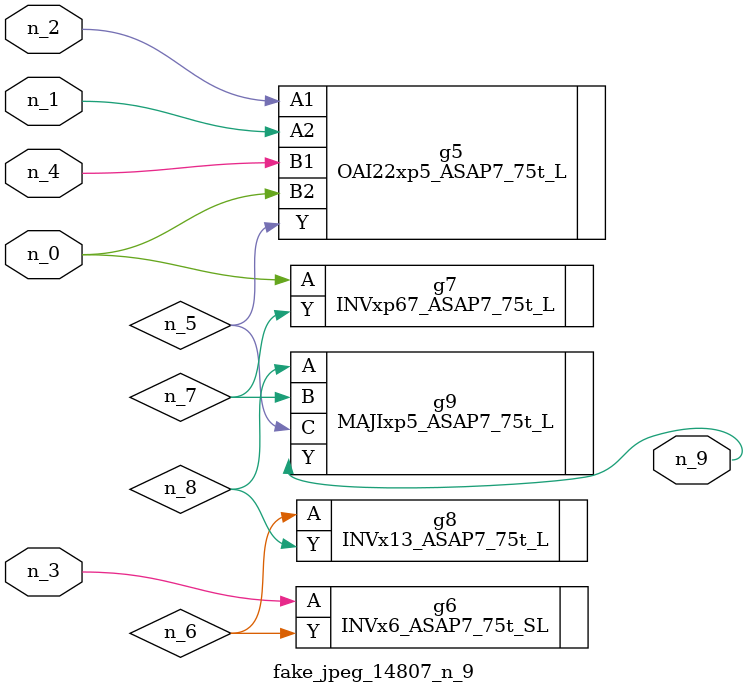
<source format=v>
module fake_jpeg_14807_n_9 (n_3, n_2, n_1, n_0, n_4, n_9);

input n_3;
input n_2;
input n_1;
input n_0;
input n_4;

output n_9;

wire n_8;
wire n_6;
wire n_5;
wire n_7;

OAI22xp5_ASAP7_75t_L g5 ( 
.A1(n_2),
.A2(n_1),
.B1(n_4),
.B2(n_0),
.Y(n_5)
);

INVx6_ASAP7_75t_SL g6 ( 
.A(n_3),
.Y(n_6)
);

INVxp67_ASAP7_75t_L g7 ( 
.A(n_0),
.Y(n_7)
);

INVx13_ASAP7_75t_L g8 ( 
.A(n_6),
.Y(n_8)
);

MAJIxp5_ASAP7_75t_L g9 ( 
.A(n_8),
.B(n_7),
.C(n_5),
.Y(n_9)
);


endmodule
</source>
